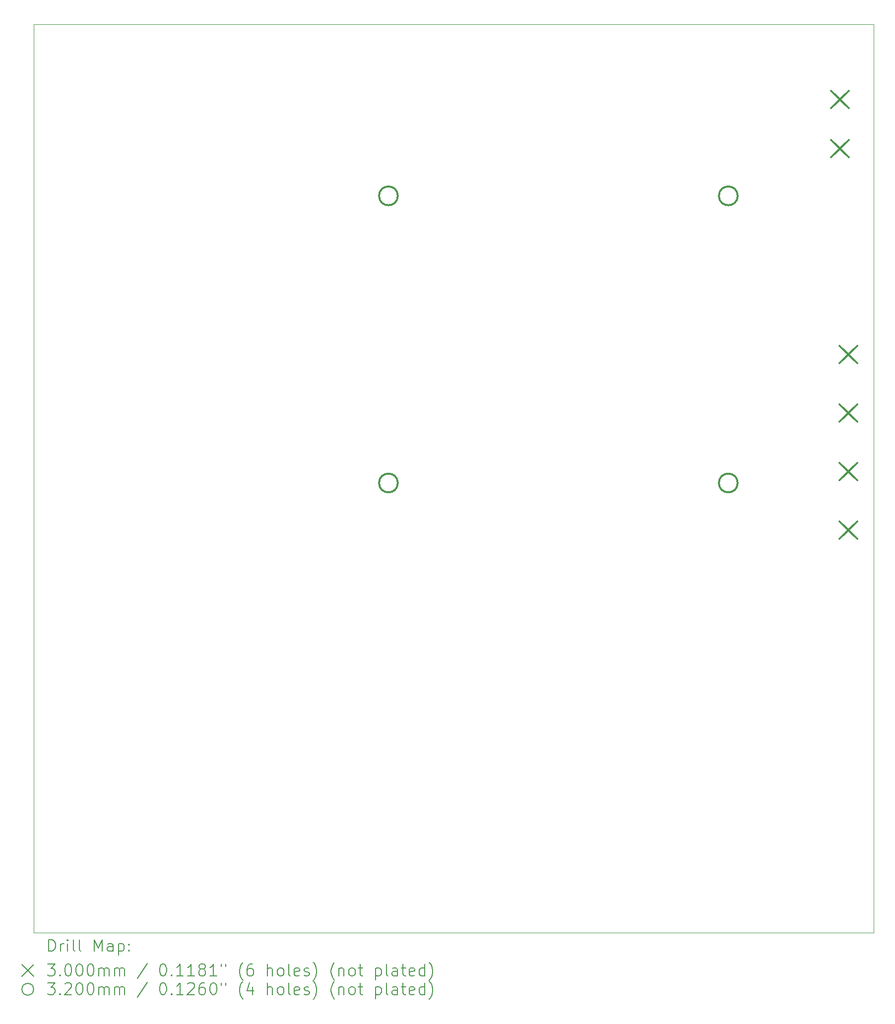
<source format=gbr>
%FSLAX45Y45*%
G04 Gerber Fmt 4.5, Leading zero omitted, Abs format (unit mm)*
G04 Created by KiCad (PCBNEW 6.0.6+dfsg-1~bpo11+1) date 2022-11-12 15:24:46*
%MOMM*%
%LPD*%
G01*
G04 APERTURE LIST*
%TA.AperFunction,Profile*%
%ADD10C,0.100000*%
%TD*%
%ADD11C,0.200000*%
%ADD12C,0.300000*%
%ADD13C,0.320000*%
G04 APERTURE END LIST*
D10*
X2000000Y-17500000D02*
X16330000Y-17500000D01*
X16330000Y-17500000D02*
X16330000Y-2000000D01*
X16330000Y-2000000D02*
X2000000Y-2000000D01*
X2000000Y-2000000D02*
X2000000Y-17500000D01*
D11*
D12*
X15605000Y-3130000D02*
X15905000Y-3430000D01*
X15905000Y-3130000D02*
X15605000Y-3430000D01*
X15605000Y-3970000D02*
X15905000Y-4270000D01*
X15905000Y-3970000D02*
X15605000Y-4270000D01*
X15750000Y-7480000D02*
X16050000Y-7780000D01*
X16050000Y-7480000D02*
X15750000Y-7780000D01*
X15750000Y-8480000D02*
X16050000Y-8780000D01*
X16050000Y-8480000D02*
X15750000Y-8780000D01*
X15750000Y-9480000D02*
X16050000Y-9780000D01*
X16050000Y-9480000D02*
X15750000Y-9780000D01*
X15750000Y-10480000D02*
X16050000Y-10780000D01*
X16050000Y-10480000D02*
X15750000Y-10780000D01*
D13*
X8210000Y-4925000D02*
G75*
G03*
X8210000Y-4925000I-160000J0D01*
G01*
X8210000Y-9825000D02*
G75*
G03*
X8210000Y-9825000I-160000J0D01*
G01*
X14010000Y-4925000D02*
G75*
G03*
X14010000Y-4925000I-160000J0D01*
G01*
X14010000Y-9825000D02*
G75*
G03*
X14010000Y-9825000I-160000J0D01*
G01*
D11*
X2252619Y-17815476D02*
X2252619Y-17615476D01*
X2300238Y-17615476D01*
X2328810Y-17625000D01*
X2347857Y-17644048D01*
X2357381Y-17663095D01*
X2366905Y-17701190D01*
X2366905Y-17729762D01*
X2357381Y-17767857D01*
X2347857Y-17786905D01*
X2328810Y-17805952D01*
X2300238Y-17815476D01*
X2252619Y-17815476D01*
X2452619Y-17815476D02*
X2452619Y-17682143D01*
X2452619Y-17720238D02*
X2462143Y-17701190D01*
X2471667Y-17691667D01*
X2490714Y-17682143D01*
X2509762Y-17682143D01*
X2576429Y-17815476D02*
X2576429Y-17682143D01*
X2576429Y-17615476D02*
X2566905Y-17625000D01*
X2576429Y-17634524D01*
X2585952Y-17625000D01*
X2576429Y-17615476D01*
X2576429Y-17634524D01*
X2700238Y-17815476D02*
X2681190Y-17805952D01*
X2671667Y-17786905D01*
X2671667Y-17615476D01*
X2805000Y-17815476D02*
X2785952Y-17805952D01*
X2776429Y-17786905D01*
X2776429Y-17615476D01*
X3033571Y-17815476D02*
X3033571Y-17615476D01*
X3100238Y-17758333D01*
X3166905Y-17615476D01*
X3166905Y-17815476D01*
X3347857Y-17815476D02*
X3347857Y-17710714D01*
X3338333Y-17691667D01*
X3319286Y-17682143D01*
X3281190Y-17682143D01*
X3262143Y-17691667D01*
X3347857Y-17805952D02*
X3328809Y-17815476D01*
X3281190Y-17815476D01*
X3262143Y-17805952D01*
X3252619Y-17786905D01*
X3252619Y-17767857D01*
X3262143Y-17748810D01*
X3281190Y-17739286D01*
X3328809Y-17739286D01*
X3347857Y-17729762D01*
X3443095Y-17682143D02*
X3443095Y-17882143D01*
X3443095Y-17691667D02*
X3462143Y-17682143D01*
X3500238Y-17682143D01*
X3519286Y-17691667D01*
X3528809Y-17701190D01*
X3538333Y-17720238D01*
X3538333Y-17777381D01*
X3528809Y-17796429D01*
X3519286Y-17805952D01*
X3500238Y-17815476D01*
X3462143Y-17815476D01*
X3443095Y-17805952D01*
X3624048Y-17796429D02*
X3633571Y-17805952D01*
X3624048Y-17815476D01*
X3614524Y-17805952D01*
X3624048Y-17796429D01*
X3624048Y-17815476D01*
X3624048Y-17691667D02*
X3633571Y-17701190D01*
X3624048Y-17710714D01*
X3614524Y-17701190D01*
X3624048Y-17691667D01*
X3624048Y-17710714D01*
X1795000Y-18045000D02*
X1995000Y-18245000D01*
X1995000Y-18045000D02*
X1795000Y-18245000D01*
X2233571Y-18035476D02*
X2357381Y-18035476D01*
X2290714Y-18111667D01*
X2319286Y-18111667D01*
X2338333Y-18121190D01*
X2347857Y-18130714D01*
X2357381Y-18149762D01*
X2357381Y-18197381D01*
X2347857Y-18216429D01*
X2338333Y-18225952D01*
X2319286Y-18235476D01*
X2262143Y-18235476D01*
X2243095Y-18225952D01*
X2233571Y-18216429D01*
X2443095Y-18216429D02*
X2452619Y-18225952D01*
X2443095Y-18235476D01*
X2433571Y-18225952D01*
X2443095Y-18216429D01*
X2443095Y-18235476D01*
X2576429Y-18035476D02*
X2595476Y-18035476D01*
X2614524Y-18045000D01*
X2624048Y-18054524D01*
X2633571Y-18073571D01*
X2643095Y-18111667D01*
X2643095Y-18159286D01*
X2633571Y-18197381D01*
X2624048Y-18216429D01*
X2614524Y-18225952D01*
X2595476Y-18235476D01*
X2576429Y-18235476D01*
X2557381Y-18225952D01*
X2547857Y-18216429D01*
X2538333Y-18197381D01*
X2528810Y-18159286D01*
X2528810Y-18111667D01*
X2538333Y-18073571D01*
X2547857Y-18054524D01*
X2557381Y-18045000D01*
X2576429Y-18035476D01*
X2766905Y-18035476D02*
X2785952Y-18035476D01*
X2805000Y-18045000D01*
X2814524Y-18054524D01*
X2824048Y-18073571D01*
X2833571Y-18111667D01*
X2833571Y-18159286D01*
X2824048Y-18197381D01*
X2814524Y-18216429D01*
X2805000Y-18225952D01*
X2785952Y-18235476D01*
X2766905Y-18235476D01*
X2747857Y-18225952D01*
X2738333Y-18216429D01*
X2728810Y-18197381D01*
X2719286Y-18159286D01*
X2719286Y-18111667D01*
X2728810Y-18073571D01*
X2738333Y-18054524D01*
X2747857Y-18045000D01*
X2766905Y-18035476D01*
X2957381Y-18035476D02*
X2976428Y-18035476D01*
X2995476Y-18045000D01*
X3005000Y-18054524D01*
X3014524Y-18073571D01*
X3024048Y-18111667D01*
X3024048Y-18159286D01*
X3014524Y-18197381D01*
X3005000Y-18216429D01*
X2995476Y-18225952D01*
X2976428Y-18235476D01*
X2957381Y-18235476D01*
X2938333Y-18225952D01*
X2928809Y-18216429D01*
X2919286Y-18197381D01*
X2909762Y-18159286D01*
X2909762Y-18111667D01*
X2919286Y-18073571D01*
X2928809Y-18054524D01*
X2938333Y-18045000D01*
X2957381Y-18035476D01*
X3109762Y-18235476D02*
X3109762Y-18102143D01*
X3109762Y-18121190D02*
X3119286Y-18111667D01*
X3138333Y-18102143D01*
X3166905Y-18102143D01*
X3185952Y-18111667D01*
X3195476Y-18130714D01*
X3195476Y-18235476D01*
X3195476Y-18130714D02*
X3205000Y-18111667D01*
X3224048Y-18102143D01*
X3252619Y-18102143D01*
X3271667Y-18111667D01*
X3281190Y-18130714D01*
X3281190Y-18235476D01*
X3376428Y-18235476D02*
X3376428Y-18102143D01*
X3376428Y-18121190D02*
X3385952Y-18111667D01*
X3405000Y-18102143D01*
X3433571Y-18102143D01*
X3452619Y-18111667D01*
X3462143Y-18130714D01*
X3462143Y-18235476D01*
X3462143Y-18130714D02*
X3471667Y-18111667D01*
X3490714Y-18102143D01*
X3519286Y-18102143D01*
X3538333Y-18111667D01*
X3547857Y-18130714D01*
X3547857Y-18235476D01*
X3938333Y-18025952D02*
X3766905Y-18283095D01*
X4195476Y-18035476D02*
X4214524Y-18035476D01*
X4233571Y-18045000D01*
X4243095Y-18054524D01*
X4252619Y-18073571D01*
X4262143Y-18111667D01*
X4262143Y-18159286D01*
X4252619Y-18197381D01*
X4243095Y-18216429D01*
X4233571Y-18225952D01*
X4214524Y-18235476D01*
X4195476Y-18235476D01*
X4176428Y-18225952D01*
X4166905Y-18216429D01*
X4157381Y-18197381D01*
X4147857Y-18159286D01*
X4147857Y-18111667D01*
X4157381Y-18073571D01*
X4166905Y-18054524D01*
X4176428Y-18045000D01*
X4195476Y-18035476D01*
X4347857Y-18216429D02*
X4357381Y-18225952D01*
X4347857Y-18235476D01*
X4338333Y-18225952D01*
X4347857Y-18216429D01*
X4347857Y-18235476D01*
X4547857Y-18235476D02*
X4433571Y-18235476D01*
X4490714Y-18235476D02*
X4490714Y-18035476D01*
X4471667Y-18064048D01*
X4452619Y-18083095D01*
X4433571Y-18092619D01*
X4738333Y-18235476D02*
X4624048Y-18235476D01*
X4681190Y-18235476D02*
X4681190Y-18035476D01*
X4662143Y-18064048D01*
X4643095Y-18083095D01*
X4624048Y-18092619D01*
X4852619Y-18121190D02*
X4833571Y-18111667D01*
X4824048Y-18102143D01*
X4814524Y-18083095D01*
X4814524Y-18073571D01*
X4824048Y-18054524D01*
X4833571Y-18045000D01*
X4852619Y-18035476D01*
X4890714Y-18035476D01*
X4909762Y-18045000D01*
X4919286Y-18054524D01*
X4928810Y-18073571D01*
X4928810Y-18083095D01*
X4919286Y-18102143D01*
X4909762Y-18111667D01*
X4890714Y-18121190D01*
X4852619Y-18121190D01*
X4833571Y-18130714D01*
X4824048Y-18140238D01*
X4814524Y-18159286D01*
X4814524Y-18197381D01*
X4824048Y-18216429D01*
X4833571Y-18225952D01*
X4852619Y-18235476D01*
X4890714Y-18235476D01*
X4909762Y-18225952D01*
X4919286Y-18216429D01*
X4928810Y-18197381D01*
X4928810Y-18159286D01*
X4919286Y-18140238D01*
X4909762Y-18130714D01*
X4890714Y-18121190D01*
X5119286Y-18235476D02*
X5005000Y-18235476D01*
X5062143Y-18235476D02*
X5062143Y-18035476D01*
X5043095Y-18064048D01*
X5024048Y-18083095D01*
X5005000Y-18092619D01*
X5195476Y-18035476D02*
X5195476Y-18073571D01*
X5271667Y-18035476D02*
X5271667Y-18073571D01*
X5566905Y-18311667D02*
X5557381Y-18302143D01*
X5538333Y-18273571D01*
X5528810Y-18254524D01*
X5519286Y-18225952D01*
X5509762Y-18178333D01*
X5509762Y-18140238D01*
X5519286Y-18092619D01*
X5528810Y-18064048D01*
X5538333Y-18045000D01*
X5557381Y-18016429D01*
X5566905Y-18006905D01*
X5728809Y-18035476D02*
X5690714Y-18035476D01*
X5671667Y-18045000D01*
X5662143Y-18054524D01*
X5643095Y-18083095D01*
X5633571Y-18121190D01*
X5633571Y-18197381D01*
X5643095Y-18216429D01*
X5652619Y-18225952D01*
X5671667Y-18235476D01*
X5709762Y-18235476D01*
X5728809Y-18225952D01*
X5738333Y-18216429D01*
X5747857Y-18197381D01*
X5747857Y-18149762D01*
X5738333Y-18130714D01*
X5728809Y-18121190D01*
X5709762Y-18111667D01*
X5671667Y-18111667D01*
X5652619Y-18121190D01*
X5643095Y-18130714D01*
X5633571Y-18149762D01*
X5985952Y-18235476D02*
X5985952Y-18035476D01*
X6071667Y-18235476D02*
X6071667Y-18130714D01*
X6062143Y-18111667D01*
X6043095Y-18102143D01*
X6014524Y-18102143D01*
X5995476Y-18111667D01*
X5985952Y-18121190D01*
X6195476Y-18235476D02*
X6176428Y-18225952D01*
X6166905Y-18216429D01*
X6157381Y-18197381D01*
X6157381Y-18140238D01*
X6166905Y-18121190D01*
X6176428Y-18111667D01*
X6195476Y-18102143D01*
X6224048Y-18102143D01*
X6243095Y-18111667D01*
X6252619Y-18121190D01*
X6262143Y-18140238D01*
X6262143Y-18197381D01*
X6252619Y-18216429D01*
X6243095Y-18225952D01*
X6224048Y-18235476D01*
X6195476Y-18235476D01*
X6376428Y-18235476D02*
X6357381Y-18225952D01*
X6347857Y-18206905D01*
X6347857Y-18035476D01*
X6528809Y-18225952D02*
X6509762Y-18235476D01*
X6471667Y-18235476D01*
X6452619Y-18225952D01*
X6443095Y-18206905D01*
X6443095Y-18130714D01*
X6452619Y-18111667D01*
X6471667Y-18102143D01*
X6509762Y-18102143D01*
X6528809Y-18111667D01*
X6538333Y-18130714D01*
X6538333Y-18149762D01*
X6443095Y-18168810D01*
X6614524Y-18225952D02*
X6633571Y-18235476D01*
X6671667Y-18235476D01*
X6690714Y-18225952D01*
X6700238Y-18206905D01*
X6700238Y-18197381D01*
X6690714Y-18178333D01*
X6671667Y-18168810D01*
X6643095Y-18168810D01*
X6624048Y-18159286D01*
X6614524Y-18140238D01*
X6614524Y-18130714D01*
X6624048Y-18111667D01*
X6643095Y-18102143D01*
X6671667Y-18102143D01*
X6690714Y-18111667D01*
X6766905Y-18311667D02*
X6776428Y-18302143D01*
X6795476Y-18273571D01*
X6805000Y-18254524D01*
X6814524Y-18225952D01*
X6824048Y-18178333D01*
X6824048Y-18140238D01*
X6814524Y-18092619D01*
X6805000Y-18064048D01*
X6795476Y-18045000D01*
X6776428Y-18016429D01*
X6766905Y-18006905D01*
X7128809Y-18311667D02*
X7119286Y-18302143D01*
X7100238Y-18273571D01*
X7090714Y-18254524D01*
X7081190Y-18225952D01*
X7071667Y-18178333D01*
X7071667Y-18140238D01*
X7081190Y-18092619D01*
X7090714Y-18064048D01*
X7100238Y-18045000D01*
X7119286Y-18016429D01*
X7128809Y-18006905D01*
X7205000Y-18102143D02*
X7205000Y-18235476D01*
X7205000Y-18121190D02*
X7214524Y-18111667D01*
X7233571Y-18102143D01*
X7262143Y-18102143D01*
X7281190Y-18111667D01*
X7290714Y-18130714D01*
X7290714Y-18235476D01*
X7414524Y-18235476D02*
X7395476Y-18225952D01*
X7385952Y-18216429D01*
X7376428Y-18197381D01*
X7376428Y-18140238D01*
X7385952Y-18121190D01*
X7395476Y-18111667D01*
X7414524Y-18102143D01*
X7443095Y-18102143D01*
X7462143Y-18111667D01*
X7471667Y-18121190D01*
X7481190Y-18140238D01*
X7481190Y-18197381D01*
X7471667Y-18216429D01*
X7462143Y-18225952D01*
X7443095Y-18235476D01*
X7414524Y-18235476D01*
X7538333Y-18102143D02*
X7614524Y-18102143D01*
X7566905Y-18035476D02*
X7566905Y-18206905D01*
X7576428Y-18225952D01*
X7595476Y-18235476D01*
X7614524Y-18235476D01*
X7833571Y-18102143D02*
X7833571Y-18302143D01*
X7833571Y-18111667D02*
X7852619Y-18102143D01*
X7890714Y-18102143D01*
X7909762Y-18111667D01*
X7919286Y-18121190D01*
X7928809Y-18140238D01*
X7928809Y-18197381D01*
X7919286Y-18216429D01*
X7909762Y-18225952D01*
X7890714Y-18235476D01*
X7852619Y-18235476D01*
X7833571Y-18225952D01*
X8043095Y-18235476D02*
X8024048Y-18225952D01*
X8014524Y-18206905D01*
X8014524Y-18035476D01*
X8205000Y-18235476D02*
X8205000Y-18130714D01*
X8195476Y-18111667D01*
X8176428Y-18102143D01*
X8138333Y-18102143D01*
X8119286Y-18111667D01*
X8205000Y-18225952D02*
X8185952Y-18235476D01*
X8138333Y-18235476D01*
X8119286Y-18225952D01*
X8109762Y-18206905D01*
X8109762Y-18187857D01*
X8119286Y-18168810D01*
X8138333Y-18159286D01*
X8185952Y-18159286D01*
X8205000Y-18149762D01*
X8271667Y-18102143D02*
X8347857Y-18102143D01*
X8300238Y-18035476D02*
X8300238Y-18206905D01*
X8309762Y-18225952D01*
X8328809Y-18235476D01*
X8347857Y-18235476D01*
X8490714Y-18225952D02*
X8471667Y-18235476D01*
X8433571Y-18235476D01*
X8414524Y-18225952D01*
X8405000Y-18206905D01*
X8405000Y-18130714D01*
X8414524Y-18111667D01*
X8433571Y-18102143D01*
X8471667Y-18102143D01*
X8490714Y-18111667D01*
X8500238Y-18130714D01*
X8500238Y-18149762D01*
X8405000Y-18168810D01*
X8671667Y-18235476D02*
X8671667Y-18035476D01*
X8671667Y-18225952D02*
X8652619Y-18235476D01*
X8614524Y-18235476D01*
X8595476Y-18225952D01*
X8585952Y-18216429D01*
X8576429Y-18197381D01*
X8576429Y-18140238D01*
X8585952Y-18121190D01*
X8595476Y-18111667D01*
X8614524Y-18102143D01*
X8652619Y-18102143D01*
X8671667Y-18111667D01*
X8747857Y-18311667D02*
X8757381Y-18302143D01*
X8776429Y-18273571D01*
X8785952Y-18254524D01*
X8795476Y-18225952D01*
X8805000Y-18178333D01*
X8805000Y-18140238D01*
X8795476Y-18092619D01*
X8785952Y-18064048D01*
X8776429Y-18045000D01*
X8757381Y-18016429D01*
X8747857Y-18006905D01*
X1995000Y-18465000D02*
G75*
G03*
X1995000Y-18465000I-100000J0D01*
G01*
X2233571Y-18355476D02*
X2357381Y-18355476D01*
X2290714Y-18431667D01*
X2319286Y-18431667D01*
X2338333Y-18441190D01*
X2347857Y-18450714D01*
X2357381Y-18469762D01*
X2357381Y-18517381D01*
X2347857Y-18536429D01*
X2338333Y-18545952D01*
X2319286Y-18555476D01*
X2262143Y-18555476D01*
X2243095Y-18545952D01*
X2233571Y-18536429D01*
X2443095Y-18536429D02*
X2452619Y-18545952D01*
X2443095Y-18555476D01*
X2433571Y-18545952D01*
X2443095Y-18536429D01*
X2443095Y-18555476D01*
X2528810Y-18374524D02*
X2538333Y-18365000D01*
X2557381Y-18355476D01*
X2605000Y-18355476D01*
X2624048Y-18365000D01*
X2633571Y-18374524D01*
X2643095Y-18393571D01*
X2643095Y-18412619D01*
X2633571Y-18441190D01*
X2519286Y-18555476D01*
X2643095Y-18555476D01*
X2766905Y-18355476D02*
X2785952Y-18355476D01*
X2805000Y-18365000D01*
X2814524Y-18374524D01*
X2824048Y-18393571D01*
X2833571Y-18431667D01*
X2833571Y-18479286D01*
X2824048Y-18517381D01*
X2814524Y-18536429D01*
X2805000Y-18545952D01*
X2785952Y-18555476D01*
X2766905Y-18555476D01*
X2747857Y-18545952D01*
X2738333Y-18536429D01*
X2728810Y-18517381D01*
X2719286Y-18479286D01*
X2719286Y-18431667D01*
X2728810Y-18393571D01*
X2738333Y-18374524D01*
X2747857Y-18365000D01*
X2766905Y-18355476D01*
X2957381Y-18355476D02*
X2976428Y-18355476D01*
X2995476Y-18365000D01*
X3005000Y-18374524D01*
X3014524Y-18393571D01*
X3024048Y-18431667D01*
X3024048Y-18479286D01*
X3014524Y-18517381D01*
X3005000Y-18536429D01*
X2995476Y-18545952D01*
X2976428Y-18555476D01*
X2957381Y-18555476D01*
X2938333Y-18545952D01*
X2928809Y-18536429D01*
X2919286Y-18517381D01*
X2909762Y-18479286D01*
X2909762Y-18431667D01*
X2919286Y-18393571D01*
X2928809Y-18374524D01*
X2938333Y-18365000D01*
X2957381Y-18355476D01*
X3109762Y-18555476D02*
X3109762Y-18422143D01*
X3109762Y-18441190D02*
X3119286Y-18431667D01*
X3138333Y-18422143D01*
X3166905Y-18422143D01*
X3185952Y-18431667D01*
X3195476Y-18450714D01*
X3195476Y-18555476D01*
X3195476Y-18450714D02*
X3205000Y-18431667D01*
X3224048Y-18422143D01*
X3252619Y-18422143D01*
X3271667Y-18431667D01*
X3281190Y-18450714D01*
X3281190Y-18555476D01*
X3376428Y-18555476D02*
X3376428Y-18422143D01*
X3376428Y-18441190D02*
X3385952Y-18431667D01*
X3405000Y-18422143D01*
X3433571Y-18422143D01*
X3452619Y-18431667D01*
X3462143Y-18450714D01*
X3462143Y-18555476D01*
X3462143Y-18450714D02*
X3471667Y-18431667D01*
X3490714Y-18422143D01*
X3519286Y-18422143D01*
X3538333Y-18431667D01*
X3547857Y-18450714D01*
X3547857Y-18555476D01*
X3938333Y-18345952D02*
X3766905Y-18603095D01*
X4195476Y-18355476D02*
X4214524Y-18355476D01*
X4233571Y-18365000D01*
X4243095Y-18374524D01*
X4252619Y-18393571D01*
X4262143Y-18431667D01*
X4262143Y-18479286D01*
X4252619Y-18517381D01*
X4243095Y-18536429D01*
X4233571Y-18545952D01*
X4214524Y-18555476D01*
X4195476Y-18555476D01*
X4176428Y-18545952D01*
X4166905Y-18536429D01*
X4157381Y-18517381D01*
X4147857Y-18479286D01*
X4147857Y-18431667D01*
X4157381Y-18393571D01*
X4166905Y-18374524D01*
X4176428Y-18365000D01*
X4195476Y-18355476D01*
X4347857Y-18536429D02*
X4357381Y-18545952D01*
X4347857Y-18555476D01*
X4338333Y-18545952D01*
X4347857Y-18536429D01*
X4347857Y-18555476D01*
X4547857Y-18555476D02*
X4433571Y-18555476D01*
X4490714Y-18555476D02*
X4490714Y-18355476D01*
X4471667Y-18384048D01*
X4452619Y-18403095D01*
X4433571Y-18412619D01*
X4624048Y-18374524D02*
X4633571Y-18365000D01*
X4652619Y-18355476D01*
X4700238Y-18355476D01*
X4719286Y-18365000D01*
X4728810Y-18374524D01*
X4738333Y-18393571D01*
X4738333Y-18412619D01*
X4728810Y-18441190D01*
X4614524Y-18555476D01*
X4738333Y-18555476D01*
X4909762Y-18355476D02*
X4871667Y-18355476D01*
X4852619Y-18365000D01*
X4843095Y-18374524D01*
X4824048Y-18403095D01*
X4814524Y-18441190D01*
X4814524Y-18517381D01*
X4824048Y-18536429D01*
X4833571Y-18545952D01*
X4852619Y-18555476D01*
X4890714Y-18555476D01*
X4909762Y-18545952D01*
X4919286Y-18536429D01*
X4928810Y-18517381D01*
X4928810Y-18469762D01*
X4919286Y-18450714D01*
X4909762Y-18441190D01*
X4890714Y-18431667D01*
X4852619Y-18431667D01*
X4833571Y-18441190D01*
X4824048Y-18450714D01*
X4814524Y-18469762D01*
X5052619Y-18355476D02*
X5071667Y-18355476D01*
X5090714Y-18365000D01*
X5100238Y-18374524D01*
X5109762Y-18393571D01*
X5119286Y-18431667D01*
X5119286Y-18479286D01*
X5109762Y-18517381D01*
X5100238Y-18536429D01*
X5090714Y-18545952D01*
X5071667Y-18555476D01*
X5052619Y-18555476D01*
X5033571Y-18545952D01*
X5024048Y-18536429D01*
X5014524Y-18517381D01*
X5005000Y-18479286D01*
X5005000Y-18431667D01*
X5014524Y-18393571D01*
X5024048Y-18374524D01*
X5033571Y-18365000D01*
X5052619Y-18355476D01*
X5195476Y-18355476D02*
X5195476Y-18393571D01*
X5271667Y-18355476D02*
X5271667Y-18393571D01*
X5566905Y-18631667D02*
X5557381Y-18622143D01*
X5538333Y-18593571D01*
X5528810Y-18574524D01*
X5519286Y-18545952D01*
X5509762Y-18498333D01*
X5509762Y-18460238D01*
X5519286Y-18412619D01*
X5528810Y-18384048D01*
X5538333Y-18365000D01*
X5557381Y-18336429D01*
X5566905Y-18326905D01*
X5728809Y-18422143D02*
X5728809Y-18555476D01*
X5681190Y-18345952D02*
X5633571Y-18488810D01*
X5757381Y-18488810D01*
X5985952Y-18555476D02*
X5985952Y-18355476D01*
X6071667Y-18555476D02*
X6071667Y-18450714D01*
X6062143Y-18431667D01*
X6043095Y-18422143D01*
X6014524Y-18422143D01*
X5995476Y-18431667D01*
X5985952Y-18441190D01*
X6195476Y-18555476D02*
X6176428Y-18545952D01*
X6166905Y-18536429D01*
X6157381Y-18517381D01*
X6157381Y-18460238D01*
X6166905Y-18441190D01*
X6176428Y-18431667D01*
X6195476Y-18422143D01*
X6224048Y-18422143D01*
X6243095Y-18431667D01*
X6252619Y-18441190D01*
X6262143Y-18460238D01*
X6262143Y-18517381D01*
X6252619Y-18536429D01*
X6243095Y-18545952D01*
X6224048Y-18555476D01*
X6195476Y-18555476D01*
X6376428Y-18555476D02*
X6357381Y-18545952D01*
X6347857Y-18526905D01*
X6347857Y-18355476D01*
X6528809Y-18545952D02*
X6509762Y-18555476D01*
X6471667Y-18555476D01*
X6452619Y-18545952D01*
X6443095Y-18526905D01*
X6443095Y-18450714D01*
X6452619Y-18431667D01*
X6471667Y-18422143D01*
X6509762Y-18422143D01*
X6528809Y-18431667D01*
X6538333Y-18450714D01*
X6538333Y-18469762D01*
X6443095Y-18488810D01*
X6614524Y-18545952D02*
X6633571Y-18555476D01*
X6671667Y-18555476D01*
X6690714Y-18545952D01*
X6700238Y-18526905D01*
X6700238Y-18517381D01*
X6690714Y-18498333D01*
X6671667Y-18488810D01*
X6643095Y-18488810D01*
X6624048Y-18479286D01*
X6614524Y-18460238D01*
X6614524Y-18450714D01*
X6624048Y-18431667D01*
X6643095Y-18422143D01*
X6671667Y-18422143D01*
X6690714Y-18431667D01*
X6766905Y-18631667D02*
X6776428Y-18622143D01*
X6795476Y-18593571D01*
X6805000Y-18574524D01*
X6814524Y-18545952D01*
X6824048Y-18498333D01*
X6824048Y-18460238D01*
X6814524Y-18412619D01*
X6805000Y-18384048D01*
X6795476Y-18365000D01*
X6776428Y-18336429D01*
X6766905Y-18326905D01*
X7128809Y-18631667D02*
X7119286Y-18622143D01*
X7100238Y-18593571D01*
X7090714Y-18574524D01*
X7081190Y-18545952D01*
X7071667Y-18498333D01*
X7071667Y-18460238D01*
X7081190Y-18412619D01*
X7090714Y-18384048D01*
X7100238Y-18365000D01*
X7119286Y-18336429D01*
X7128809Y-18326905D01*
X7205000Y-18422143D02*
X7205000Y-18555476D01*
X7205000Y-18441190D02*
X7214524Y-18431667D01*
X7233571Y-18422143D01*
X7262143Y-18422143D01*
X7281190Y-18431667D01*
X7290714Y-18450714D01*
X7290714Y-18555476D01*
X7414524Y-18555476D02*
X7395476Y-18545952D01*
X7385952Y-18536429D01*
X7376428Y-18517381D01*
X7376428Y-18460238D01*
X7385952Y-18441190D01*
X7395476Y-18431667D01*
X7414524Y-18422143D01*
X7443095Y-18422143D01*
X7462143Y-18431667D01*
X7471667Y-18441190D01*
X7481190Y-18460238D01*
X7481190Y-18517381D01*
X7471667Y-18536429D01*
X7462143Y-18545952D01*
X7443095Y-18555476D01*
X7414524Y-18555476D01*
X7538333Y-18422143D02*
X7614524Y-18422143D01*
X7566905Y-18355476D02*
X7566905Y-18526905D01*
X7576428Y-18545952D01*
X7595476Y-18555476D01*
X7614524Y-18555476D01*
X7833571Y-18422143D02*
X7833571Y-18622143D01*
X7833571Y-18431667D02*
X7852619Y-18422143D01*
X7890714Y-18422143D01*
X7909762Y-18431667D01*
X7919286Y-18441190D01*
X7928809Y-18460238D01*
X7928809Y-18517381D01*
X7919286Y-18536429D01*
X7909762Y-18545952D01*
X7890714Y-18555476D01*
X7852619Y-18555476D01*
X7833571Y-18545952D01*
X8043095Y-18555476D02*
X8024048Y-18545952D01*
X8014524Y-18526905D01*
X8014524Y-18355476D01*
X8205000Y-18555476D02*
X8205000Y-18450714D01*
X8195476Y-18431667D01*
X8176428Y-18422143D01*
X8138333Y-18422143D01*
X8119286Y-18431667D01*
X8205000Y-18545952D02*
X8185952Y-18555476D01*
X8138333Y-18555476D01*
X8119286Y-18545952D01*
X8109762Y-18526905D01*
X8109762Y-18507857D01*
X8119286Y-18488810D01*
X8138333Y-18479286D01*
X8185952Y-18479286D01*
X8205000Y-18469762D01*
X8271667Y-18422143D02*
X8347857Y-18422143D01*
X8300238Y-18355476D02*
X8300238Y-18526905D01*
X8309762Y-18545952D01*
X8328809Y-18555476D01*
X8347857Y-18555476D01*
X8490714Y-18545952D02*
X8471667Y-18555476D01*
X8433571Y-18555476D01*
X8414524Y-18545952D01*
X8405000Y-18526905D01*
X8405000Y-18450714D01*
X8414524Y-18431667D01*
X8433571Y-18422143D01*
X8471667Y-18422143D01*
X8490714Y-18431667D01*
X8500238Y-18450714D01*
X8500238Y-18469762D01*
X8405000Y-18488810D01*
X8671667Y-18555476D02*
X8671667Y-18355476D01*
X8671667Y-18545952D02*
X8652619Y-18555476D01*
X8614524Y-18555476D01*
X8595476Y-18545952D01*
X8585952Y-18536429D01*
X8576429Y-18517381D01*
X8576429Y-18460238D01*
X8585952Y-18441190D01*
X8595476Y-18431667D01*
X8614524Y-18422143D01*
X8652619Y-18422143D01*
X8671667Y-18431667D01*
X8747857Y-18631667D02*
X8757381Y-18622143D01*
X8776429Y-18593571D01*
X8785952Y-18574524D01*
X8795476Y-18545952D01*
X8805000Y-18498333D01*
X8805000Y-18460238D01*
X8795476Y-18412619D01*
X8785952Y-18384048D01*
X8776429Y-18365000D01*
X8757381Y-18336429D01*
X8747857Y-18326905D01*
M02*

</source>
